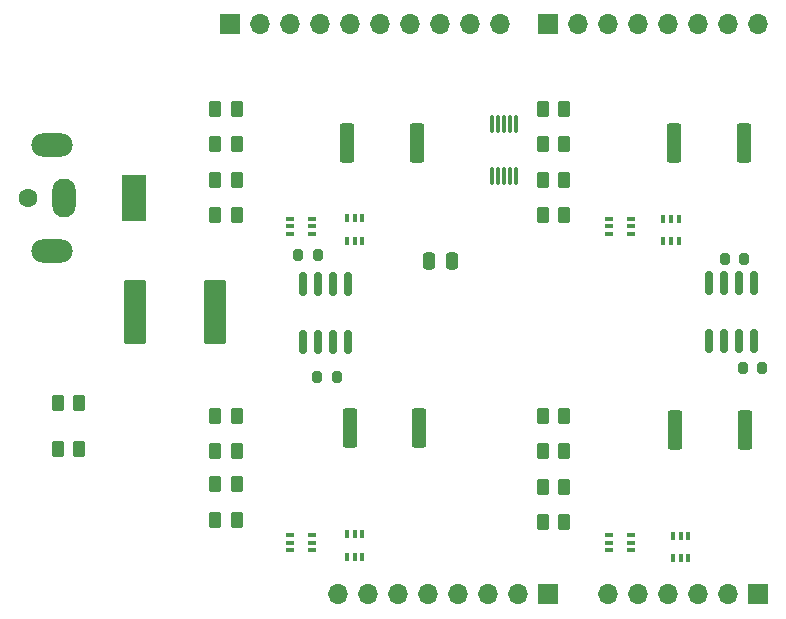
<source format=gbr>
%TF.GenerationSoftware,KiCad,Pcbnew,7.0.7*%
%TF.CreationDate,2024-05-31T10:52:31+02:00*%
%TF.ProjectId,control-board_v1,636f6e74-726f-46c2-9d62-6f6172645f76,rev?*%
%TF.SameCoordinates,Original*%
%TF.FileFunction,Soldermask,Bot*%
%TF.FilePolarity,Negative*%
%FSLAX46Y46*%
G04 Gerber Fmt 4.6, Leading zero omitted, Abs format (unit mm)*
G04 Created by KiCad (PCBNEW 7.0.7) date 2024-05-31 10:52:31*
%MOMM*%
%LPD*%
G01*
G04 APERTURE LIST*
G04 Aperture macros list*
%AMRoundRect*
0 Rectangle with rounded corners*
0 $1 Rounding radius*
0 $2 $3 $4 $5 $6 $7 $8 $9 X,Y pos of 4 corners*
0 Add a 4 corners polygon primitive as box body*
4,1,4,$2,$3,$4,$5,$6,$7,$8,$9,$2,$3,0*
0 Add four circle primitives for the rounded corners*
1,1,$1+$1,$2,$3*
1,1,$1+$1,$4,$5*
1,1,$1+$1,$6,$7*
1,1,$1+$1,$8,$9*
0 Add four rect primitives between the rounded corners*
20,1,$1+$1,$2,$3,$4,$5,0*
20,1,$1+$1,$4,$5,$6,$7,0*
20,1,$1+$1,$6,$7,$8,$9,0*
20,1,$1+$1,$8,$9,$2,$3,0*%
G04 Aperture macros list end*
%ADD10C,1.600000*%
%ADD11R,2.000000X4.000000*%
%ADD12O,2.000000X3.300000*%
%ADD13O,3.500000X2.000000*%
%ADD14RoundRect,0.250000X0.262500X0.450000X-0.262500X0.450000X-0.262500X-0.450000X0.262500X-0.450000X0*%
%ADD15R,0.650000X0.400000*%
%ADD16RoundRect,0.150000X0.150000X-0.825000X0.150000X0.825000X-0.150000X0.825000X-0.150000X-0.825000X0*%
%ADD17R,0.400000X0.650000*%
%ADD18RoundRect,0.250000X-0.362500X-1.425000X0.362500X-1.425000X0.362500X1.425000X-0.362500X1.425000X0*%
%ADD19R,1.700000X1.700000*%
%ADD20O,1.700000X1.700000*%
%ADD21RoundRect,0.200000X0.200000X0.275000X-0.200000X0.275000X-0.200000X-0.275000X0.200000X-0.275000X0*%
%ADD22RoundRect,0.075000X-0.075000X0.650000X-0.075000X-0.650000X0.075000X-0.650000X0.075000X0.650000X0*%
%ADD23RoundRect,0.200000X-0.200000X-0.275000X0.200000X-0.275000X0.200000X0.275000X-0.200000X0.275000X0*%
%ADD24RoundRect,0.250000X0.250000X0.475000X-0.250000X0.475000X-0.250000X-0.475000X0.250000X-0.475000X0*%
%ADD25RoundRect,0.150000X-0.150000X0.825000X-0.150000X-0.825000X0.150000X-0.825000X0.150000X0.825000X0*%
%ADD26RoundRect,0.250000X-0.712500X-2.475000X0.712500X-2.475000X0.712500X2.475000X-0.712500X2.475000X0*%
G04 APERTURE END LIST*
D10*
%TO.C,J1*%
X18570000Y-32560000D03*
D11*
X27570000Y-32560000D03*
D12*
X21570000Y-32560000D03*
D13*
X20570000Y-28060000D03*
X20570000Y-37060000D03*
%TD*%
D14*
%TO.C,R9*%
X63962500Y-51000000D03*
X62137500Y-51000000D03*
%TD*%
%TO.C,R4*%
X36242500Y-28000000D03*
X34417500Y-28000000D03*
%TD*%
%TO.C,R3*%
X36242500Y-25000000D03*
X34417500Y-25000000D03*
%TD*%
D15*
%TO.C,Q1*%
X40740000Y-35590000D03*
X40740000Y-34940000D03*
X40740000Y-34290000D03*
X42640000Y-34290000D03*
X42640000Y-34940000D03*
X42640000Y-35590000D03*
%TD*%
D14*
%TO.C,R11*%
X63962500Y-57000000D03*
X62137500Y-57000000D03*
%TD*%
%TO.C,R12*%
X63962500Y-60000000D03*
X62137500Y-60000000D03*
%TD*%
D16*
%TO.C,U6*%
X80000000Y-44670000D03*
X78730000Y-44670000D03*
X77460000Y-44670000D03*
X76190000Y-44670000D03*
X76190000Y-39720000D03*
X77460000Y-39720000D03*
X78730000Y-39720000D03*
X80000000Y-39720000D03*
%TD*%
D17*
%TO.C,Q5*%
X73160000Y-61120000D03*
X73810000Y-61120000D03*
X74460000Y-61120000D03*
X74460000Y-63020000D03*
X73810000Y-63020000D03*
X73160000Y-63020000D03*
%TD*%
D18*
%TO.C,R23*%
X73327500Y-52150000D03*
X79252500Y-52150000D03*
%TD*%
D14*
%TO.C,R2*%
X36242500Y-31000000D03*
X34417500Y-31000000D03*
%TD*%
D19*
%TO.C,J8*%
X35650000Y-17840000D03*
D20*
X38190000Y-17840000D03*
X40730000Y-17840000D03*
X43270000Y-17840000D03*
X45810000Y-17840000D03*
X48350000Y-17840000D03*
X50890000Y-17840000D03*
X53430000Y-17840000D03*
X55970000Y-17840000D03*
X58510000Y-17840000D03*
%TD*%
D14*
%TO.C,R1*%
X36242500Y-34000000D03*
X34417500Y-34000000D03*
%TD*%
%TO.C,R16*%
X63962500Y-34000000D03*
X62137500Y-34000000D03*
%TD*%
%TO.C,R10*%
X63962500Y-54000000D03*
X62137500Y-54000000D03*
%TD*%
D15*
%TO.C,Q4*%
X42640000Y-61070000D03*
X42640000Y-61720000D03*
X42640000Y-62370000D03*
X40740000Y-62370000D03*
X40740000Y-61720000D03*
X40740000Y-61070000D03*
%TD*%
D18*
%TO.C,R42*%
X45597500Y-27870000D03*
X51522500Y-27870000D03*
%TD*%
D14*
%TO.C,R14*%
X63962500Y-28000000D03*
X62137500Y-28000000D03*
%TD*%
D19*
%TO.C,J7*%
X80350000Y-66090000D03*
D20*
X77810000Y-66090000D03*
X75270000Y-66090000D03*
X72730000Y-66090000D03*
X70190000Y-66090000D03*
X67650000Y-66090000D03*
%TD*%
D18*
%TO.C,R24*%
X73277500Y-27870000D03*
X79202500Y-27870000D03*
%TD*%
D21*
%TO.C,R28*%
X80725000Y-46940000D03*
X79075000Y-46940000D03*
%TD*%
D15*
%TO.C,Q8*%
X69610000Y-34290000D03*
X69610000Y-34940000D03*
X69610000Y-35590000D03*
X67710000Y-35590000D03*
X67710000Y-34940000D03*
X67710000Y-34290000D03*
%TD*%
D14*
%TO.C,R17*%
X22905000Y-53791250D03*
X21080000Y-53791250D03*
%TD*%
%TO.C,R6*%
X36242500Y-54000000D03*
X34417500Y-54000000D03*
%TD*%
%TO.C,R13*%
X63962500Y-25000000D03*
X62137500Y-25000000D03*
%TD*%
D22*
%TO.C,U3*%
X57830000Y-26310000D03*
X58330000Y-26310000D03*
X58830000Y-26310000D03*
X59330000Y-26310000D03*
X59830000Y-26310000D03*
X59830000Y-30710000D03*
X59330000Y-30710000D03*
X58830000Y-30710000D03*
X58330000Y-30710000D03*
X57830000Y-30710000D03*
%TD*%
D23*
%TO.C,R20*%
X41435000Y-37410000D03*
X43085000Y-37410000D03*
%TD*%
D14*
%TO.C,R5*%
X36242500Y-51000000D03*
X34417500Y-51000000D03*
%TD*%
%TO.C,R8*%
X36242500Y-59780000D03*
X34417500Y-59780000D03*
%TD*%
%TO.C,R18*%
X22905000Y-49891250D03*
X21080000Y-49891250D03*
%TD*%
D19*
%TO.C,J6*%
X62570000Y-66090000D03*
D20*
X60030000Y-66090000D03*
X57490000Y-66090000D03*
X54950000Y-66090000D03*
X52410000Y-66090000D03*
X49870000Y-66090000D03*
X47330000Y-66090000D03*
X44790000Y-66090000D03*
%TD*%
D14*
%TO.C,R7*%
X36242500Y-56780000D03*
X34417500Y-56780000D03*
%TD*%
D17*
%TO.C,Q7*%
X72340000Y-34300000D03*
X72990000Y-34300000D03*
X73640000Y-34300000D03*
X73640000Y-36200000D03*
X72990000Y-36200000D03*
X72340000Y-36200000D03*
%TD*%
%TO.C,Q3*%
X45560000Y-61020000D03*
X46210000Y-61020000D03*
X46860000Y-61020000D03*
X46860000Y-62920000D03*
X46210000Y-62920000D03*
X45560000Y-62920000D03*
%TD*%
D15*
%TO.C,Q6*%
X69610000Y-61070000D03*
X69610000Y-61720000D03*
X69610000Y-62370000D03*
X67710000Y-62370000D03*
X67710000Y-61720000D03*
X67710000Y-61070000D03*
%TD*%
D14*
%TO.C,R15*%
X63962500Y-31000000D03*
X62137500Y-31000000D03*
%TD*%
D24*
%TO.C,C2*%
X54420000Y-37870000D03*
X52520000Y-37870000D03*
%TD*%
D25*
%TO.C,U4*%
X41860000Y-39800000D03*
X43130000Y-39800000D03*
X44400000Y-39800000D03*
X45670000Y-39800000D03*
X45670000Y-44750000D03*
X44400000Y-44750000D03*
X43130000Y-44750000D03*
X41860000Y-44750000D03*
%TD*%
D19*
%TO.C,J9*%
X62570000Y-17840000D03*
D20*
X65110000Y-17840000D03*
X67650000Y-17840000D03*
X70190000Y-17840000D03*
X72730000Y-17840000D03*
X75270000Y-17840000D03*
X77810000Y-17840000D03*
X80350000Y-17840000D03*
%TD*%
D26*
%TO.C,F1*%
X27632500Y-42170000D03*
X34407500Y-42170000D03*
%TD*%
D17*
%TO.C,Q2*%
X46860000Y-36180000D03*
X46210000Y-36180000D03*
X45560000Y-36180000D03*
X45560000Y-34280000D03*
X46210000Y-34280000D03*
X46860000Y-34280000D03*
%TD*%
D23*
%TO.C,R22*%
X43045000Y-47710000D03*
X44695000Y-47710000D03*
%TD*%
D21*
%TO.C,R27*%
X79205000Y-37740000D03*
X77555000Y-37740000D03*
%TD*%
D18*
%TO.C,R47*%
X45775000Y-51990000D03*
X51700000Y-51990000D03*
%TD*%
M02*

</source>
